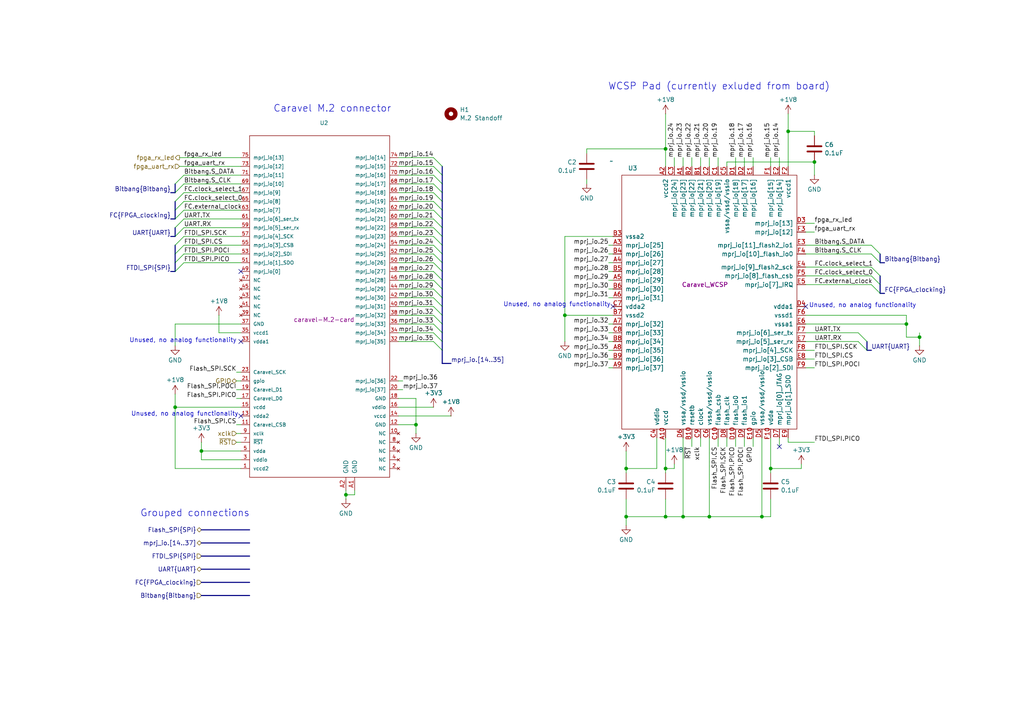
<source format=kicad_sch>
(kicad_sch (version 20231120) (generator "eeschema") (generator_version "8.0")
  (paper "A4")
  (title_block (title "Caravel Connections") (date "2024-05-30") (rev "0.2.0"))
  (lib_symbols
    (symbol "Caravel_board:Caravel_WCSP" (pin_names (offset 1.016))
      (property "Reference" "U" (at 0 2.54 0))
      (property "Value" "Caravel_WCSP" (at 0 -2.54 0))
      (symbol "Caravel_WCSP_0_1"
        (rectangle (start -24.13 31.75) (end 26.67 -41.91))
      )
      (symbol "Caravel_WCSP_1_1"
        (pin bidirectional line (at -6.35 34.29 270) (length 2.54) (name "mprj_io[23]") (number "A1"))
        (pin power_in line (at -11.43 -44.45 90) (length 2.54) (name "vccd") (number "A10"))
        (pin power_in line (at -11.43 34.29 270) (length 2.54) (name "vccd2") (number "A2"))
        (pin bidirectional line (at -26.67 11.43 0) (length 2.54) (name "mprj_io[25]") (number "A3"))
        (pin bidirectional line (at -26.67 6.35 0) (length 2.54) (name "mprj_io[27]") (number "A4"))
        (pin bidirectional line (at -26.67 1.27 0) (length 2.54) (name "mprj_io[29]") (number "A5"))
        (pin bidirectional line (at -26.67 -3.81 0) (length 2.54) (name "mprj_io[31]") (number "A6"))
        (pin bidirectional line (at -26.67 -11.43 0) (length 2.54) (name "mprj_io[32]") (number "A7"))
        (pin bidirectional line (at -26.67 -19.05 0) (length 2.54) (name "mprj_io[35]") (number "A8"))
        (pin bidirectional line (at -26.67 -24.13 0) (length 2.54) (name "mprj_io[37]") (number "A9"))
        (pin bidirectional line (at -1.27 34.29 270) (length 2.54) (name "mprj_io[21]") (number "B1"))
        (pin input line (at -3.81 -44.45 90) (length 2.54) (name "resetb") (number "B10"))
        (pin bidirectional line (at -3.81 34.29 270) (length 2.54) (name "mprj_io[22]") (number "B2"))
        (pin power_in line (at -26.67 13.97 0) (length 2.54) (name "vssa2") (number "B3"))
        (pin bidirectional line (at -26.67 8.89 0) (length 2.54) (name "mprj_io[26]") (number "B4"))
        (pin bidirectional line (at -26.67 3.81 0) (length 2.54) (name "mprj_io[28]") (number "B5"))
        (pin bidirectional line (at -26.67 -1.27 0) (length 2.54) (name "mprj_io[30]") (number "B6"))
        (pin power_in line (at -26.67 -8.89 0) (length 2.54) (name "vssd2") (number "B7"))
        (pin bidirectional line (at -26.67 -16.51 0) (length 2.54) (name "mprj_io[34]") (number "B8"))
        (pin bidirectional line (at -26.67 -21.59 0) (length 2.54) (name "mprj_io[36]") (number "B9"))
        (pin bidirectional line (at 3.81 34.29 270) (length 2.54) (name "mprj_io[19]") (number "C1"))
        (pin output line (at 3.81 -44.45 90) (length 2.54) (name "flash_csb") (number "C10"))
        (pin bidirectional line (at 1.27 34.29 270) (length 2.54) (name "mprj_io[20]") (number "C2"))
        (pin bidirectional line (at -8.89 34.29 270) (length 2.54) (name "mprj_io[24]") (number "C3"))
        (pin power_in line (at -13.97 -44.45 90) (length 2.54) (name "vddio") (number "C4"))
        (pin power_in line (at 6.35 34.29 270) (length 2.54) (name "vssa/vssd/vssio") (number "C5"))
        (pin power_in line (at 1.27 -44.45 90) (length 2.54) (name "vssa/vssd/vssio") (number "C6"))
        (pin power_in line (at -26.67 -6.35 0) (length 2.54) (name "vdda2") (number "C7"))
        (pin bidirectional line (at -26.67 -13.97 0) (length 2.54) (name "mprj_io[33]") (number "C8"))
        (pin input line (at -1.27 -44.45 90) (length 2.54) (name "clock") (number "C9"))
        (pin bidirectional line (at 8.89 34.29 270) (length 2.54) (name "mprj_io[18]") (number "D1"))
        (pin bidirectional line (at 8.89 -44.45 90) (length 2.54) (name "flash_io0") (number "D10"))
        (pin bidirectional line (at 11.43 34.29 270) (length 2.54) (name "mprj_io[17]") (number "D2"))
        (pin bidirectional line (at 29.21 17.78 180) (length 2.54) (name "mprj_io[13]") (number "D3"))
        (pin power_in line (at 29.21 -6.35 180) (length 2.54) (name "vdda1") (number "D4"))
        (pin power_in line (at 16.51 -44.45 90) (length 2.54) (name "vssa/vssd/vssio") (number "D5"))
        (pin power_in line (at -6.35 -44.45 90) (length 2.54) (name "vssa/vssd/vssio") (number "D6"))
        (pin bidirectional line (at 21.59 -44.45 90) (length 2.54) (name "mprj_io[0]_JTAG") (number "D7"))
        (pin output line (at 6.35 -44.45 90) (length 2.54) (name "flash_clk") (number "D8"))
        (pin bidirectional line (at 11.43 -44.45 90) (length 2.54) (name "flash_io1") (number "D9"))
        (pin bidirectional line (at 13.97 34.29 270) (length 2.54) (name "mprj_io[16]") (number "E1"))
        (pin bidirectional line (at 13.97 -44.45 90) (length 2.54) (name "gpio") (number "E10"))
        (pin bidirectional line (at 21.59 34.29 270) (length 2.54) (name "mprj_io[14]") (number "E2"))
        (pin bidirectional line (at 29.21 11.43 180) (length 2.54) (name "mprj_io[11]_flash2_io1") (number "E3"))
        (pin bidirectional line (at 29.21 5.08 180) (length 2.54) (name "mprj_io[9]_flash2_sck") (number "E4"))
        (pin bidirectional line (at 29.21 0 180) (length 2.54) (name "mprj_io[7]_IRQ") (number "E5"))
        (pin power_in line (at 29.21 -11.43 180) (length 2.54) (name "vssa1") (number "E6"))
        (pin bidirectional line (at 29.21 -16.51 180) (length 2.54) (name "mprj_io[5]_ser_rx") (number "E7"))
        (pin bidirectional line (at 29.21 -21.59 180) (length 2.54) (name "mprj_io[3]_CSB") (number "E8"))
        (pin bidirectional line (at 24.13 -44.45 90) (length 2.54) (name "mprj_io[1]_SDO") (number "E9"))
        (pin bidirectional line (at 19.05 34.29 270) (length 2.54) (name "mprj_io[15]") (number "F1"))
        (pin power_in line (at 19.05 -44.45 90) (length 2.54) (name "vdda") (number "F10"))
        (pin power_in line (at 24.13 34.29 270) (length 2.54) (name "vccd1") (number "F2"))
        (pin bidirectional line (at 29.21 15.24 180) (length 2.54) (name "mprj_io[12]") (number "F3"))
        (pin bidirectional line (at 29.21 8.89 180) (length 2.54) (name "mprj_io[10]_flash_io0") (number "F4"))
        (pin bidirectional line (at 29.21 2.54 180) (length 2.54) (name "mprj_io[8]_flash_csb") (number "F5"))
        (pin power_in line (at 29.21 -8.89 180) (length 2.54) (name "vssd1") (number "F6"))
        (pin bidirectional line (at 29.21 -13.97 180) (length 2.54) (name "mprj_io[6]_ser_tx") (number "F7"))
        (pin bidirectional line (at 29.21 -19.05 180) (length 2.54) (name "mprj_io[4]_SCK") (number "F8"))
        (pin bidirectional line (at 29.21 -24.13 180) (length 2.54) (name "mprj_io[2]_SDI") (number "F9"))
      )
    )
    (symbol "Caravel_board:caravel-M.2-card" (pin_names (offset 1.016))
      (property "Reference" "U" (at -19.05 53.848 0))
      (property "Value" "caravel-M.2-card" (at -19.05 -48.26 0))
      (symbol "caravel-M.2-card_1_0"
        (polyline (pts (xy -21.59 -45.72) (xy -21.59 53.34)))
        (polyline (pts (xy -21.59 53.34) (xy 19.05 53.34)))
        (polyline (pts (xy 19.05 -45.72) (xy -21.59 -45.72)))
        (polyline (pts (xy 19.05 53.34) (xy 19.05 -45.72)))
      )
      (symbol "caravel-M.2-card_1_1"
        (pin power_in line (at -24.13 -43.18 0) (length 2.54) (name "vccd2") (number "1"))
        (pin no_connect line (at 21.59 -33.02 180) (length 2.54) (name "NC") (number "10"))
        (pin bidirectional line (at -24.13 -30.48 0) (length 2.54) (name "Caravel_CSB") (number "11"))
        (pin power_in line (at 21.59 -30.48 180) (length 2.54) (name "GND") (number "12"))
        (pin power_in line (at -24.13 -27.94 0) (length 2.54) (name "vdda2") (number "13"))
        (pin power_in line (at 21.59 -27.94 180) (length 2.54) (name "vccd") (number "14"))
        (pin power_in line (at -24.13 -25.4 0) (length 2.54) (name "vcdd") (number "15"))
        (pin power_in line (at 21.59 -25.4 180) (length 2.54) (name "vddio") (number "16"))
        (pin bidirectional line (at -24.13 -22.86 0) (length 2.54) (name "Caravel_D0") (number "17"))
        (pin power_in line (at 21.59 -22.86 180) (length 2.54) (name "GND") (number "18"))
        (pin bidirectional line (at -24.13 -20.32 0) (length 2.54) (name "Caravel_D1") (number "19"))
        (pin no_connect line (at 21.59 -43.18 180) (length 2.54) (name "NC") (number "2"))
        (pin bidirectional line (at 21.59 -20.32 180) (length 2.54) (name "mprj_io[37]") (number "20"))
        (pin bidirectional line (at -24.13 -17.78 0) (length 2.54) (name "gpio") (number "21"))
        (pin bidirectional line (at 21.59 -17.78 180) (length 2.54) (name "mprj_io[36]") (number "22"))
        (pin bidirectional line (at -24.13 -15.24 0) (length 2.54) (name "Caravel_SCK") (number "23"))
        (pin power_in line (at -24.13 -40.64 0) (length 2.54) (name "vddio") (number "3"))
        (pin bidirectional line (at 21.59 -6.35 180) (length 2.54) (name "mprj_io[35]") (number "32"))
        (pin power_in line (at -24.13 -6.35 0) (length 2.54) (name "vdda1") (number "33"))
        (pin bidirectional line (at 21.59 -3.81 180) (length 2.54) (name "mprj_io[34]") (number "34"))
        (pin power_in line (at -24.13 -3.81 0) (length 2.54) (name "vccd1") (number "35"))
        (pin bidirectional line (at 21.59 -1.27 180) (length 2.54) (name "mprj_io[33]") (number "36"))
        (pin power_in line (at -24.13 -1.27 0) (length 2.54) (name "GND") (number "37"))
        (pin bidirectional line (at 21.59 1.27 180) (length 2.54) (name "mprj_io[32]") (number "38"))
        (pin no_connect line (at -24.13 1.27 0) (length 2.54) (name "NC") (number "39"))
        (pin no_connect line (at 21.59 -40.64 180) (length 2.54) (name "NC") (number "4"))
        (pin bidirectional line (at 21.59 3.81 180) (length 2.54) (name "mprj_io[31]") (number "40"))
        (pin no_connect line (at -24.13 3.81 0) (length 2.54) (name "NC") (number "41"))
        (pin bidirectional line (at 21.59 6.35 180) (length 2.54) (name "mprj_io[30]") (number "42"))
        (pin no_connect line (at -24.13 6.35 0) (length 2.54) (name "NC") (number "43"))
        (pin bidirectional line (at 21.59 8.89 180) (length 2.54) (name "mprj_io[29]") (number "44"))
        (pin no_connect line (at -24.13 8.89 0) (length 2.54) (name "NC") (number "45"))
        (pin bidirectional line (at 21.59 11.43 180) (length 2.54) (name "mprj_io[28]") (number "46"))
        (pin no_connect line (at -24.13 11.43 0) (length 2.54) (name "NC") (number "47"))
        (pin bidirectional line (at 21.59 13.97 180) (length 2.54) (name "mprj_io[27]") (number "48"))
        (pin bidirectional line (at -24.13 13.97 0) (length 2.54) (name "mprj_io[0]") (number "49"))
        (pin power_in line (at -24.13 -38.1 0) (length 2.54) (name "vdda") (number "5"))
        (pin bidirectional line (at 21.59 16.51 180) (length 2.54) (name "mprj_io[26]") (number "50"))
        (pin bidirectional line (at -24.13 16.51 0) (length 2.54) (name "mprj_io[1]_SDO") (number "51"))
        (pin bidirectional line (at 21.59 19.05 180) (length 2.54) (name "mprj_io[25]") (number "52"))
        (pin bidirectional line (at -24.13 19.05 0) (length 2.54) (name "mprj_io[2]_SDI") (number "53"))
        (pin bidirectional line (at 21.59 21.59 180) (length 2.54) (name "mprj_io[24]") (number "54"))
        (pin bidirectional line (at -24.13 21.59 0) (length 2.54) (name "mprj_io[3]_CSB") (number "55"))
        (pin bidirectional line (at 21.59 24.13 180) (length 2.54) (name "mprj_io[23]") (number "56"))
        (pin bidirectional line (at -24.13 24.13 0) (length 2.54) (name "mprj_io[4]_SCK") (number "57"))
        (pin bidirectional line (at 21.59 26.67 180) (length 2.54) (name "mprj_io[22]") (number "58"))
        (pin bidirectional line (at -24.13 26.67 0) (length 2.54) (name "mprj_io[5]_ser_rx") (number "59"))
        (pin no_connect line (at 21.59 -38.1 180) (length 2.54) (name "NC") (number "6"))
        (pin bidirectional line (at 21.59 29.21 180) (length 2.54) (name "mprj_io[21]") (number "60"))
        (pin bidirectional line (at -24.13 29.21 0) (length 2.54) (name "mprj_io[6]_ser_tx") (number "61"))
        (pin bidirectional line (at 21.59 31.75 180) (length 2.54) (name "mprj_io[20]") (number "62"))
        (pin bidirectional line (at -24.13 31.75 0) (length 2.54) (name "mprj_io[7]") (number "63"))
        (pin bidirectional line (at 21.59 34.29 180) (length 2.54) (name "mprj_io[19]") (number "64"))
        (pin bidirectional line (at -24.13 34.29 0) (length 2.54) (name "mprj_io[8]") (number "65"))
        (pin bidirectional line (at 21.59 36.83 180) (length 2.54) (name "mprj_io[18]") (number "66"))
        (pin bidirectional line (at -24.13 36.83 0) (length 2.54) (name "mprj_io[9]") (number "67"))
        (pin bidirectional line (at 21.59 39.37 180) (length 2.54) (name "mprj_io[17]") (number "68"))
        (pin bidirectional line (at -24.13 39.37 0) (length 2.54) (name "mprj_io[10]") (number "69"))
        (pin input line (at -24.13 -35.56 0) (length 2.54) (name "~{RST}") (number "7"))
        (pin bidirectional line (at 21.59 41.91 180) (length 2.54) (name "mprj_io[16]") (number "70"))
        (pin bidirectional line (at -24.13 41.91 0) (length 2.54) (name "mprj_io[11]") (number "71"))
        (pin bidirectional line (at 21.59 44.45 180) (length 2.54) (name "mprj_io[15]") (number "72"))
        (pin bidirectional line (at -24.13 44.45 0) (length 2.54) (name "mprj_io[12]") (number "73"))
        (pin bidirectional line (at 21.59 46.99 180) (length 2.54) (name "mprj_io[14]") (number "74"))
        (pin bidirectional line (at -24.13 46.99 0) (length 2.54) (name "mprj_io[13]") (number "75"))
        (pin no_connect line (at 21.59 -35.56 180) (length 2.54) (name "NC") (number "8"))
        (pin input line (at -24.13 -33.02 0) (length 2.54) (name "xclk") (number "9"))
        (pin power_in line (at 8.89 -49.53 90) (length 3.81) (name "GND") (number "A1"))
        (pin power_in line (at 6.35 -49.53 90) (length 3.81) (name "GND") (number "A2"))
      )
    )
    (symbol "Device:C" (pin_numbers hide) (pin_names (offset 0.254))
      (property "Reference" "C" (at 0.635 2.54 0))
      (property "Value" "C" (at 0.635 -2.54 0))
      (symbol "C_0_1"
        (polyline (pts (xy -2.032 -0.762) (xy 2.032 -0.762)) (stroke (width 0.508)))
        (polyline (pts (xy -2.032 0.762) (xy 2.032 0.762)) (stroke (width 0.508)))
      )
      (symbol "C_1_1"
        (pin passive line (at 0 3.81 270) (length 2.794) (name "~") (number "1"))
        (pin passive line (at 0 -3.81 90) (length 2.794) (name "~") (number "2"))
      )
    )
    (symbol "MicroMod-Sparkfun:MICROMOD-Standoff" (pin_names (offset 1.016))
      (property "Reference" "H" (at 0 5.08 0))
      (property "Value" "MICROMOD-Standoff" (at 0 3.175 0))
      (symbol "MICROMOD-Standoff_0_1"
        (circle (center 0 0) (radius 1.27) (stroke (width 1.27)))
      )
    )
    (symbol "power:+1V8" (power) (pin_numbers hide) (pin_names (offset 0) hide)
      (property "Value" "+1V8" (at 0 3.556 0))
      (symbol "+1V8_0_1"
        (polyline (pts (xy -0.762 1.27) (xy 0 2.54)))
        (polyline (pts (xy 0 0) (xy 0 2.54)))
        (polyline (pts (xy 0 2.54) (xy 0.762 1.27)))
      )
      (symbol "+1V8_1_1"
        (pin power_in line (at 0 0 90) (length 0) (name "~") (number "1"))
      )
    )
    (symbol "power:+3V3" (power) (pin_numbers hide) (pin_names (offset 0) hide)
      (property "Value" "+3V3" (at 0 3.556 0))
      (symbol "+3V3_0_1"
        (polyline (pts (xy -0.762 1.27) (xy 0 2.54)))
        (polyline (pts (xy 0 0) (xy 0 2.54)))
        (polyline (pts (xy 0 2.54) (xy 0.762 1.27)))
      )
      (symbol "+3V3_1_1"
        (pin power_in line (at 0 0 90) (length 0) (name "~") (number "1"))
      )
    )
    (symbol "power:GND" (power) (pin_numbers hide) (pin_names (offset 0) hide)
      (property "Value" "GND" (at 0 -3.81 0))
      (symbol "GND_0_1"
        (polyline (pts (xy 0 0) (xy 0 -1.27) (xy 1.27 -1.27) (xy 0 -2.54) (xy -1.27 -1.27) (xy 0 -1.27)))
      )
      (symbol "GND_1_1"
        (pin power_in line (at 0 0 270) (length 0) (name "~") (number "1"))
      )
    )
  )
  (bus_alias "Bitbang" (members "S_CLK" "S_DATA"))
  (bus_alias "FPGA_clocking" (members "external_clock" "clock_select_0" "clock_select_1"))
  (bus_alias "UART" (members "RX" "TX"))
  (junction (at 228.6 38.1))
  (junction (at 262.89 93.98))
  (junction (at 236.22 46.99))
  (junction (at 220.98 149.86))
  (junction (at 100.33 143.51))
  (junction (at 223.52 135.89))
  (junction (at 120.65 123.19))
  (junction (at 266.7 97.79))
  (junction (at 50.8 118.11))
  (junction (at 193.04 135.89))
  (junction (at 193.04 43.18))
  (junction (at 163.83 91.44))
  (junction (at 181.61 135.89))
  (junction (at 193.04 149.86))
  (junction (at 181.61 149.86))
  (junction (at 205.74 149.86))
  (junction (at 58.42 130.81))
  (junction (at 198.12 149.86))
  (no_connect (at 233.68 88.9))
  (no_connect (at 226.06 129.54))
  (no_connect (at 177.8 88.9))
  (no_connect (at 69.85 120.65))
  (no_connect (at 69.85 78.74))
  (no_connect (at 69.85 99.06))
  (bus_entry (at 125.73 88.9) (size 2.54 2.54))
  (bus_entry (at 252.73 77.47) (size 2.54 2.54))
  (bus_entry (at 53.34 50.8) (size -2.54 2.54))
  (bus_entry (at 125.73 91.44) (size 2.54 2.54))
  (bus_entry (at 125.73 73.66) (size 2.54 2.54))
  (bus_entry (at 125.73 55.88) (size 2.54 2.54))
  (bus_entry (at 125.73 96.52) (size 2.54 2.54))
  (bus_entry (at 125.73 63.5) (size 2.54 2.54))
  (bus_entry (at 125.73 71.12) (size 2.54 2.54))
  (bus_entry (at 125.73 58.42) (size 2.54 2.54))
  (bus_entry (at 53.34 66.04) (size -2.54 2.54))
  (bus_entry (at 125.73 93.98) (size 2.54 2.54))
  (bus_entry (at 252.73 71.12) (size 2.54 2.54))
  (bus_entry (at 53.34 71.12) (size -2.54 2.54))
  (bus_entry (at 125.73 86.36) (size 2.54 2.54))
  (bus_entry (at 125.73 78.74) (size 2.54 2.54))
  (bus_entry (at 125.73 83.82) (size 2.54 2.54))
  (bus_entry (at 248.92 99.06) (size 2.54 2.54))
  (bus_entry (at 125.73 68.58) (size 2.54 2.54))
  (bus_entry (at 248.92 96.52) (size 2.54 2.54))
  (bus_entry (at 125.73 76.2) (size 2.54 2.54))
  (bus_entry (at 125.73 81.28) (size 2.54 2.54))
  (bus_entry (at 50.8 60.96) (size 2.54 -2.54))
  (bus_entry (at 252.73 80.01) (size 2.54 2.54))
  (bus_entry (at 125.73 60.96) (size 2.54 2.54))
  (bus_entry (at 53.34 68.58) (size -2.54 2.54))
  (bus_entry (at 53.34 63.5) (size -2.54 2.54))
  (bus_entry (at 53.34 76.2) (size -2.54 2.54))
  (bus_entry (at 53.34 53.34) (size -2.54 2.54))
  (bus_entry (at 125.73 48.26) (size 2.54 2.54))
  (bus_entry (at 125.73 53.34) (size 2.54 2.54))
  (bus_entry (at 50.8 63.5) (size 2.54 -2.54))
  (bus_entry (at 50.8 58.42) (size 2.54 -2.54))
  (bus_entry (at 125.73 99.06) (size 2.54 2.54))
  (bus_entry (at 125.73 45.72) (size 2.54 2.54))
  (bus_entry (at 53.34 73.66) (size -2.54 2.54))
  (bus_entry (at 125.73 66.04) (size 2.54 2.54))
  (bus_entry (at 125.73 50.8) (size 2.54 2.54))
  (bus_entry (at 252.73 82.55) (size 2.54 2.54))
  (bus_entry (at 252.73 73.66) (size 2.54 2.54))
  (bus (pts (xy 49.53 63.5) (xy 50.8 63.5)))
  (bus (pts (xy 128.27 78.74) (xy 128.27 81.28)))
  (bus (pts (xy 128.27 73.66) (xy 128.27 76.2)))
  (bus (pts (xy 255.27 76.2) (xy 256.54 76.2)))
  (wire (pts (xy 50.8 135.89) (xy 50.8 118.11)))
  (bus (pts (xy 49.53 55.88) (xy 50.8 55.88)))
  (wire (pts (xy 163.83 91.44) (xy 177.8 91.44)))
  (wire (pts (xy 220.98 149.86) (xy 205.74 149.86)))
  (wire (pts (xy 236.22 38.1) (xy 236.22 39.37)))
  (wire (pts (xy 68.58 110.49) (xy 69.85 110.49)))
  (wire (pts (xy 170.18 43.18) (xy 170.18 44.45)))
  (bus (pts (xy 255.27 80.01) (xy 255.27 82.55)))
  (wire (pts (xy 50.8 114.3) (xy 50.8 118.11)))
  (wire (pts (xy 193.04 149.86) (xy 198.12 149.86)))
  (wire (pts (xy 236.22 128.27) (xy 228.6 128.27)))
  (bus (pts (xy 128.27 50.8) (xy 128.27 53.34)))
  (wire (pts (xy 228.6 38.1) (xy 228.6 48.26)))
  (wire (pts (xy 220.98 127) (xy 220.98 149.86)))
  (bus (pts (xy 58.42 153.67) (xy 72.39 153.67)))
  (wire (pts (xy 233.68 82.55) (xy 252.73 82.55)))
  (wire (pts (xy 58.42 130.81) (xy 69.85 130.81)))
  (wire (pts (xy 236.22 101.6) (xy 233.68 101.6)))
  (bus (pts (xy 58.42 157.48) (xy 72.39 157.48)))
  (wire (pts (xy 170.18 43.18) (xy 193.04 43.18)))
  (wire (pts (xy 50.8 93.98) (xy 50.8 100.33)))
  (wire (pts (xy 176.53 96.52) (xy 177.8 96.52)))
  (wire (pts (xy 218.44 127) (xy 218.44 129.54)))
  (bus (pts (xy 50.8 76.2) (xy 50.8 78.74)))
  (bus (pts (xy 128.27 58.42) (xy 128.27 60.96)))
  (wire (pts (xy 176.53 93.98) (xy 177.8 93.98)))
  (wire (pts (xy 115.57 73.66) (xy 125.73 73.66)))
  (wire (pts (xy 223.52 149.86) (xy 220.98 149.86)))
  (bus (pts (xy 128.27 101.6) (xy 128.27 105.41)))
  (wire (pts (xy 181.61 149.86) (xy 181.61 152.4)))
  (bus (pts (xy 58.42 172.72) (xy 72.39 172.72)))
  (bus (pts (xy 49.53 68.58) (xy 50.8 68.58)))
  (wire (pts (xy 198.12 149.86) (xy 205.74 149.86)))
  (wire (pts (xy 176.53 71.12) (xy 177.8 71.12)))
  (bus (pts (xy 50.8 71.12) (xy 50.8 73.66)))
  (wire (pts (xy 58.42 133.35) (xy 69.85 133.35)))
  (wire (pts (xy 193.04 144.78) (xy 193.04 149.86)))
  (bus (pts (xy 128.27 71.12) (xy 128.27 73.66)))
  (wire (pts (xy 215.9 45.72) (xy 215.9 48.26)))
  (wire (pts (xy 53.34 73.66) (xy 69.85 73.66)))
  (wire (pts (xy 53.34 68.58) (xy 69.85 68.58)))
  (wire (pts (xy 176.53 106.68) (xy 177.8 106.68)))
  (wire (pts (xy 115.57 50.8) (xy 125.73 50.8)))
  (wire (pts (xy 181.61 130.81) (xy 181.61 135.89)))
  (bus (pts (xy 128.27 105.41) (xy 130.81 105.41)))
  (bus (pts (xy 49.53 78.74) (xy 50.8 78.74)))
  (wire (pts (xy 115.57 115.57) (xy 120.65 115.57)))
  (wire (pts (xy 176.53 81.28) (xy 177.8 81.28)))
  (wire (pts (xy 53.34 63.5) (xy 69.85 63.5)))
  (wire (pts (xy 193.04 135.89) (xy 195.58 135.89)))
  (bus (pts (xy 128.27 86.36) (xy 128.27 88.9)))
  (wire (pts (xy 102.87 143.51) (xy 102.87 142.24)))
  (wire (pts (xy 176.53 86.36) (xy 177.8 86.36)))
  (wire (pts (xy 115.57 63.5) (xy 125.73 63.5)))
  (wire (pts (xy 100.33 143.51) (xy 102.87 143.51)))
  (wire (pts (xy 58.42 130.81) (xy 58.42 128.27)))
  (wire (pts (xy 193.04 135.89) (xy 193.04 137.16)))
  (wire (pts (xy 236.22 104.14) (xy 233.68 104.14)))
  (wire (pts (xy 53.34 76.2) (xy 69.85 76.2)))
  (wire (pts (xy 210.82 127) (xy 210.82 129.54)))
  (wire (pts (xy 68.58 115.57) (xy 69.85 115.57)))
  (wire (pts (xy 176.53 76.2) (xy 177.8 76.2)))
  (wire (pts (xy 69.85 135.89) (xy 50.8 135.89)))
  (bus (pts (xy 255.27 73.66) (xy 255.27 76.2)))
  (bus (pts (xy 128.27 83.82) (xy 128.27 86.36)))
  (bus (pts (xy 255.27 85.09) (xy 256.54 85.09)))
  (wire (pts (xy 266.7 97.79) (xy 266.7 100.33)))
  (wire (pts (xy 233.68 64.77) (xy 236.22 64.77)))
  (wire (pts (xy 233.68 77.47) (xy 252.73 77.47)))
  (wire (pts (xy 115.57 78.74) (xy 125.73 78.74)))
  (wire (pts (xy 181.61 149.86) (xy 193.04 149.86)))
  (wire (pts (xy 208.28 45.72) (xy 208.28 48.26)))
  (bus (pts (xy 128.27 76.2) (xy 128.27 78.74)))
  (wire (pts (xy 115.57 123.19) (xy 120.65 123.19)))
  (wire (pts (xy 68.58 128.27) (xy 69.85 128.27)))
  (wire (pts (xy 213.36 45.72) (xy 213.36 48.26)))
  (wire (pts (xy 176.53 78.74) (xy 177.8 78.74)))
  (wire (pts (xy 163.83 91.44) (xy 163.83 99.06)))
  (wire (pts (xy 176.53 104.14) (xy 177.8 104.14)))
  (wire (pts (xy 53.34 66.04) (xy 69.85 66.04)))
  (wire (pts (xy 68.58 107.95) (xy 69.85 107.95)))
  (wire (pts (xy 115.57 96.52) (xy 125.73 96.52)))
  (bus (pts (xy 128.27 93.98) (xy 128.27 96.52)))
  (bus (pts (xy 50.8 73.66) (xy 50.8 76.2)))
  (wire (pts (xy 100.33 143.51) (xy 100.33 144.78)))
  (bus (pts (xy 128.27 66.04) (xy 128.27 68.58)))
  (wire (pts (xy 115.57 53.34) (xy 125.73 53.34)))
  (wire (pts (xy 213.36 127) (xy 213.36 129.54)))
  (wire (pts (xy 52.07 48.26) (xy 69.85 48.26)))
  (wire (pts (xy 262.89 91.44) (xy 262.89 93.98)))
  (wire (pts (xy 115.57 91.44) (xy 125.73 91.44)))
  (wire (pts (xy 53.34 50.8) (xy 69.85 50.8)))
  (wire (pts (xy 223.52 127) (xy 223.52 135.89)))
  (bus (pts (xy 128.27 53.34) (xy 128.27 55.88)))
  (wire (pts (xy 223.52 144.78) (xy 223.52 149.86)))
  (wire (pts (xy 115.57 68.58) (xy 125.73 68.58)))
  (bus (pts (xy 128.27 55.88) (xy 128.27 58.42)))
  (wire (pts (xy 195.58 135.89) (xy 195.58 134.62)))
  (bus (pts (xy 50.8 60.96) (xy 50.8 63.5)))
  (wire (pts (xy 223.52 45.72) (xy 223.52 48.26)))
  (wire (pts (xy 163.83 68.58) (xy 177.8 68.58)))
  (wire (pts (xy 176.53 83.82) (xy 177.8 83.82)))
  (bus (pts (xy 251.46 99.06) (xy 251.46 101.6)))
  (wire (pts (xy 226.06 45.72) (xy 226.06 48.26)))
  (wire (pts (xy 233.68 93.98) (xy 262.89 93.98)))
  (wire (pts (xy 203.2 45.72) (xy 203.2 48.26)))
  (wire (pts (xy 205.74 45.72) (xy 205.74 48.26)))
  (bus (pts (xy 58.42 165.1) (xy 72.39 165.1)))
  (bus (pts (xy 128.27 88.9) (xy 128.27 91.44)))
  (wire (pts (xy 115.57 120.65) (xy 130.81 120.65)))
  (wire (pts (xy 53.34 60.96) (xy 69.85 60.96)))
  (wire (pts (xy 200.66 127) (xy 200.66 129.54)))
  (wire (pts (xy 50.8 118.11) (xy 69.85 118.11)))
  (wire (pts (xy 210.82 46.99) (xy 210.82 48.26)))
  (wire (pts (xy 228.6 38.1) (xy 236.22 38.1)))
  (wire (pts (xy 63.5 96.52) (xy 63.5 91.44)))
  (wire (pts (xy 193.04 33.02) (xy 193.04 43.18)))
  (wire (pts (xy 233.68 91.44) (xy 262.89 91.44)))
  (wire (pts (xy 233.68 80.01) (xy 252.73 80.01)))
  (wire (pts (xy 233.68 96.52) (xy 248.92 96.52)))
  (wire (pts (xy 233.68 71.12) (xy 252.73 71.12)))
  (wire (pts (xy 53.34 58.42) (xy 69.85 58.42)))
  (wire (pts (xy 262.89 97.79) (xy 266.7 97.79)))
  (wire (pts (xy 193.04 127) (xy 193.04 135.89)))
  (wire (pts (xy 232.41 135.89) (xy 223.52 135.89)))
  (wire (pts (xy 233.68 67.31) (xy 236.22 67.31)))
  (wire (pts (xy 226.06 127) (xy 226.06 129.54)))
  (wire (pts (xy 190.5 127) (xy 190.5 135.89)))
  (wire (pts (xy 203.2 127) (xy 203.2 129.54)))
  (wire (pts (xy 233.68 73.66) (xy 252.73 73.66)))
  (wire (pts (xy 115.57 113.03) (xy 116.84 113.03)))
  (bus (pts (xy 58.42 161.29) (xy 72.39 161.29)))
  (wire (pts (xy 115.57 93.98) (xy 125.73 93.98)))
  (wire (pts (xy 69.85 93.98) (xy 50.8 93.98)))
  (wire (pts (xy 205.74 127) (xy 205.74 149.86)))
  (bus (pts (xy 50.8 58.42) (xy 50.8 60.96)))
  (wire (pts (xy 176.53 101.6) (xy 177.8 101.6)))
  (bus (pts (xy 128.27 68.58) (xy 128.27 71.12)))
  (wire (pts (xy 198.12 127) (xy 198.12 149.86)))
  (wire (pts (xy 120.65 115.57) (xy 120.65 123.19)))
  (wire (pts (xy 115.57 76.2) (xy 125.73 76.2)))
  (wire (pts (xy 53.34 55.88) (xy 69.85 55.88)))
  (wire (pts (xy 115.57 66.04) (xy 125.73 66.04)))
  (wire (pts (xy 190.5 135.89) (xy 181.61 135.89)))
  (bus (pts (xy 128.27 60.96) (xy 128.27 63.5)))
  (bus (pts (xy 50.8 53.34) (xy 50.8 55.88)))
  (wire (pts (xy 115.57 99.06) (xy 125.73 99.06)))
  (wire (pts (xy 266.7 96.52) (xy 266.7 97.79)))
  (wire (pts (xy 52.07 45.72) (xy 69.85 45.72)))
  (wire (pts (xy 228.6 128.27) (xy 228.6 127)))
  (wire (pts (xy 63.5 96.52) (xy 69.85 96.52)))
  (wire (pts (xy 100.33 142.24) (xy 100.33 143.51)))
  (wire (pts (xy 115.57 81.28) (xy 125.73 81.28)))
  (wire (pts (xy 176.53 73.66) (xy 177.8 73.66)))
  (wire (pts (xy 262.89 93.98) (xy 262.89 97.79)))
  (wire (pts (xy 68.58 123.19) (xy 69.85 123.19)))
  (wire (pts (xy 181.61 135.89) (xy 181.61 137.16)))
  (bus (pts (xy 128.27 99.06) (xy 128.27 101.6)))
  (bus (pts (xy 128.27 91.44) (xy 128.27 93.98)))
  (wire (pts (xy 115.57 110.49) (xy 116.84 110.49)))
  (wire (pts (xy 232.41 134.62) (xy 232.41 135.89)))
  (wire (pts (xy 68.58 125.73) (xy 69.85 125.73)))
  (bus (pts (xy 58.42 168.91) (xy 72.39 168.91)))
  (bus (pts (xy 50.8 66.04) (xy 50.8 68.58)))
  (wire (pts (xy 115.57 83.82) (xy 125.73 83.82)))
  (wire (pts (xy 58.42 130.81) (xy 58.42 133.35)))
  (wire (pts (xy 181.61 144.78) (xy 181.61 149.86)))
  (bus (pts (xy 128.27 81.28) (xy 128.27 83.82)))
  (wire (pts (xy 233.68 106.68) (xy 236.22 106.68)))
  (wire (pts (xy 233.68 99.06) (xy 248.92 99.06)))
  (wire (pts (xy 115.57 55.88) (xy 125.73 55.88)))
  (wire (pts (xy 115.57 48.26) (xy 125.73 48.26)))
  (wire (pts (xy 228.6 33.02) (xy 228.6 38.1)))
  (wire (pts (xy 215.9 127) (xy 215.9 129.54)))
  (wire (pts (xy 115.57 58.42) (xy 125.73 58.42)))
  (wire (pts (xy 200.66 45.72) (xy 200.66 48.26)))
  (bus (pts (xy 128.27 63.5) (xy 128.27 66.04)))
  (wire (pts (xy 210.82 46.99) (xy 236.22 46.99)))
  (wire (pts (xy 176.53 99.06) (xy 177.8 99.06)))
  (wire (pts (xy 115.57 45.72) (xy 125.73 45.72)))
  (wire (pts (xy 218.44 45.72) (xy 218.44 48.26)))
  (wire (pts (xy 115.57 118.11) (xy 125.73 118.11)))
  (wire (pts (xy 193.04 43.18) (xy 193.04 48.26)))
  (bus (pts (xy 251.46 101.6) (xy 252.73 101.6)))
  (wire (pts (xy 53.34 53.34) (xy 69.85 53.34)))
  (wire (pts (xy 115.57 60.96) (xy 125.73 60.96)))
  (bus (pts (xy 128.27 96.52) (xy 128.27 99.06)))
  (wire (pts (xy 198.12 45.72) (xy 198.12 48.26)))
  (wire (pts (xy 68.58 113.03) (xy 69.85 113.03)))
  (bus (pts (xy 255.27 82.55) (xy 255.27 85.09)))
  (wire (pts (xy 223.52 135.89) (xy 223.52 137.16)))
  (wire (pts (xy 53.34 71.12) (xy 69.85 71.12)))
  (wire (pts (xy 236.22 46.99) (xy 236.22 50.8)))
  (wire (pts (xy 195.58 45.72) (xy 195.58 48.26)))
  (wire (pts (xy 170.18 52.07) (xy 170.18 53.34)))
  (wire (pts (xy 115.57 86.36) (xy 125.73 86.36)))
  (wire (pts (xy 208.28 127) (xy 208.28 129.54)))
  (wire (pts (xy 163.83 91.44) (xy 163.83 68.58)))
  (wire (pts (xy 115.57 88.9) (xy 125.73 88.9)))
  (wire (pts (xy 120.65 125.73) (xy 120.65 123.19)))
  (bus (pts (xy 128.27 48.26) (xy 128.27 50.8)))
  (wire (pts (xy 115.57 71.12) (xy 125.73 71.12)))
  (text "Unused, no analog functionality" (at 53.086 98.806 0) (effects (font (size 1.27 1.27))))
  (text "Unused, no analog functionality" (at 161.544 88.392 0) (effects (font (size 1.27 1.27))))
  (text "Unused, no analog functionality" (at 53.594 120.142 0) (effects (font (size 1.27 1.27))))
  (text "Unused, no analog functionality" (at 250.19 88.646 0) (effects (font (size 1.27 1.27))))
  (text "Caravel M.2 connector" (at 79.248 32.766 0) (effects (font (size 2 2)) (justify left bottom)))
  (text "Grouped connections" (at 40.64 150.114 0) (effects (font (size 2 2)) (justify left bottom)))
  (text "WCSP Pad (currently exluded from board)" (at 208.534 25.146 0) (effects (font (size 2 2))))
  (label "UART{UART}" (at 252.73 101.6 0))
  (label "Flash_SPI.SCK" (at 210.82 129.54 270))
  (label "mprj_io.14" (at 226.06 45.72 90))
  (label "mprj_io.33" (at 176.53 96.52 180))
  (label "FC{FPGA_clocking}" (at 256.54 85.09 0))
  (label "UART.RX" (at 53.34 66.04 0))
  (label "mprj_io.25" (at 176.53 71.12 180))
  (label "Bitbang.S_DATA" (at 236.22 71.12 0))
  (label "mprj_io.17" (at 115.57 53.34 0))
  (label "Bitbang{Bitbang}" (at 49.53 55.88 180))
  (label "Flash_SPI.POCI" (at 215.9 129.54 270))
  (label "fpga_rx_led" (at 236.22 64.77 0))
  (label "mprj_io.25" (at 115.57 73.66 0))
  (label "FC.clock_select_0" (at 236.22 80.01 0))
  (label "Flash_SPI.PICO" (at 68.58 115.57 180))
  (label "mprj_io.29" (at 176.53 81.28 180))
  (label "mprj_io.26" (at 176.53 73.66 180))
  (label "mprj_io.35" (at 115.57 99.06 0))
  (label "FC.external_clock" (at 53.34 60.96 0))
  (label "Bitbang{Bitbang}" (at 256.54 76.2 0))
  (label "FC.external_clock" (at 236.22 82.55 0))
  (label "~{RST}" (at 200.66 129.54 270))
  (label "FTDI_SPI.PICO" (at 236.22 128.27 0))
  (label "mprj_io.21" (at 115.57 63.5 0))
  (label "FTDI_SPI.POCI" (at 236.22 106.68 0))
  (label "UART.TX" (at 236.22 96.52 0))
  (label "mprj_io.19" (at 208.28 45.72 90))
  (label "mprj_io.21" (at 203.2 45.72 90))
  (label "mprj_io.32" (at 176.53 93.98 180))
  (label "Bitbang.S_DATA" (at 53.34 50.8 0))
  (label "fpga_uart_rx" (at 236.22 67.31 0))
  (label "mprj_io.27" (at 176.53 76.2 180))
  (label "Flash_SPI.PICO" (at 213.36 129.54 270))
  (label "mprj_io.19" (at 115.57 58.42 0))
  (label "mprj_io.35" (at 176.53 101.6 180))
  (label "mprj_io.29" (at 115.57 83.82 0))
  (label "mprj_io.23" (at 115.57 68.58 0))
  (label "xclk" (at 203.2 129.54 270))
  (label "mprj_io.36" (at 176.53 104.14 180))
  (label "mprj_io.31" (at 115.57 88.9 0))
  (label "mprj_io.34" (at 115.57 96.52 0))
  (label "mprj_io.14" (at 115.57 45.72 0))
  (label "GPIO" (at 218.44 129.54 270))
  (label "Flash_SPI.CS" (at 208.28 129.54 270))
  (label "fpga_uart_rx" (at 53.34 48.26 0))
  (label "mprj_io.22" (at 115.57 66.04 0))
  (label "mprj_io.20" (at 205.74 45.72 90))
  (label "FTDI_SPI.SCK" (at 236.22 101.6 0))
  (label "mprj_io.22" (at 200.66 45.72 90))
  (label "UART{UART}" (at 49.53 68.58 180))
  (label "mprj_io.24" (at 195.58 45.72 90))
  (label "UART.RX" (at 236.22 99.06 0))
  (label "mprj_io.16" (at 115.57 50.8 0))
  (label "Flash_SPI.SCK" (at 68.58 107.95 180))
  (label "mprj_io.23" (at 198.12 45.72 90))
  (label "mprj_io.28" (at 176.53 78.74 180))
  (label "fpga_rx_led" (at 53.34 45.72 0))
  (label "mprj_io.18" (at 115.57 55.88 0))
  (label "mprj_io.31" (at 176.53 86.36 180))
  (label "mprj_io.34" (at 176.53 99.06 180))
  (label "mprj_io.26" (at 115.57 76.2 0))
  (label "Bitbang.S_CLK" (at 236.22 73.66 0))
  (label "mprj_io.17" (at 215.9 45.72 90))
  (label "Flash_SPI.POCI" (at 68.58 113.03 180))
  (label "mprj_io.16" (at 218.44 45.72 90))
  (label "FC.clock_select_1" (at 53.34 55.88 0))
  (label "mprj_io.24" (at 115.57 71.12 0))
  (label "mprj_io.27" (at 115.57 78.74 0))
  (label "mprj_io.15" (at 223.52 45.72 90))
  (label "FTDI_SPI.SCK" (at 53.34 68.58 0))
  (label "FC.clock_select_0" (at 53.34 58.42 0))
  (label "mprj_io.33" (at 115.57 93.98 0))
  (label "mprj_io.[14..35]" (at 130.81 105.41 0))
  (label "mprj_io.32" (at 115.57 91.44 0))
  (label "FTDI_SPI.POCI" (at 53.34 73.66 0))
  (label "FTDI_SPI{SPI}" (at 49.53 78.74 180))
  (label "mprj_io.36" (at 116.84 110.49 0))
  (label "FC{FPGA_clocking}" (at 49.53 63.5 180))
  (label "FTDI_SPI.CS" (at 53.34 71.12 0))
  (label "FC.clock_select_1" (at 236.22 77.47 0))
  (label "FTDI_SPI.PICO" (at 53.34 76.2 0))
  (label "UART.TX" (at 53.34 63.5 0))
  (label "FTDI_SPI.CS" (at 236.22 104.14 0))
  (label "mprj_io.18" (at 213.36 45.72 90))
  (label "mprj_io.30" (at 176.53 83.82 180))
  (label "Flash_SPI.CS" (at 68.58 123.19 180))
  (label "mprj_io.15" (at 115.57 48.26 0))
  (label "mprj_io.28" (at 115.57 81.28 0))
  (label "mprj_io.20" (at 115.57 60.96 0))
  (label "mprj_io.37" (at 116.84 113.03 0))
  (label "Bitbang.S_CLK" (at 53.34 53.34 0))
  (label "mprj_io.37" (at 176.53 106.68 180))
  (label "mprj_io.30" (at 115.57 86.36 0))
  (hierarchical_label "FC{FPGA_clocking}" (shape input) (at 58.42 168.91 180))
  (hierarchical_label "Flash_SPI{SPI}" (shape bidirectional) (at 58.42 153.67 180))
  (hierarchical_label "GPIO" (shape bidirectional) (at 68.58 110.49 180))
  (hierarchical_label "xclk" (shape input) (at 68.58 125.73 180))
  (hierarchical_label "fpga_uart_rx" (shape input) (at 52.07 48.26 180))
  (hierarchical_label "mprj_io.[14..37]" (shape bidirectional) (at 58.42 157.48 180))
  (hierarchical_label "UART{UART}" (shape bidirectional) (at 58.42 165.1 180))
  (hierarchical_label "~{RST}" (shape input) (at 68.58 128.27 180))
  (hierarchical_label "FTDI_SPI{SPI}" (shape input) (at 58.42 161.29 180))
  (hierarchical_label "Bitbang{Bitbang}" (shape input) (at 58.42 172.72 180))
  (hierarchical_label "fpga_rx_led" (shape output) (at 52.07 45.72 180))
  (symbol (lib_id "power:GND") (at 181.61 152.4 0) (unit 1)
    (property "Reference" "#PWR28" (effects (hide yes)))
    (property "Value" "GND" (at 181.61 156.5331 0))
    (property "Description" "Power symbol creates a global label with name \"GND\" , ground" (effects (hide yes)))
  )
  (symbol (lib_id "power:+1V8") (at 50.8 114.3 0) (unit 1)
    (property "Reference" "#PWR18" (effects (hide yes)))
    (property "Value" "+1V8" (at 50.8 110.1669 0))
    (property "Description" "Power symbol creates a global label with name \"+1V8\"" (effects (hide yes)))
  )
  (symbol (lib_id "power:GND") (at 266.7 100.33 0) (unit 1)
    (property "Reference" "#PWR34" (effects (hide yes)))
    (property "Value" "GND" (at 266.7 104.4631 0))
    (property "Description" "Power symbol creates a global label with name \"GND\" , ground" (effects (hide yes)))
  )
  (symbol (lib_id "power:+1V8") (at 195.58 134.62 0) (unit 1)
    (property "Reference" "#PWR30" (effects (hide yes)))
    (property "Value" "+1V8" (at 195.58 130.4869 0))
    (property "Description" "Power symbol creates a global label with name \"+1V8\"" (effects (hide yes)))
  )
  (symbol (lib_id "power:GND") (at 236.22 50.8 0) (unit 1)
    (property "Reference" "#PWR33" (effects (hide yes)))
    (property "Value" "GND" (at 236.22 54.9331 0))
    (property "Description" "Power symbol creates a global label with name \"GND\" , ground" (effects (hide yes)))
  )
  (symbol (lib_id "power:GND") (at 50.8 100.33 0) (unit 1)
    (property "Reference" "#PWR17" (effects (hide yes)))
    (property "Value" "GND" (at 50.8 104.4631 0))
    (property "Description" "Power symbol creates a global label with name \"GND\" , ground" (effects (hide yes)))
  )
  (symbol (lib_id "MicroMod-Sparkfun:MICROMOD-Standoff") (at 130.81 33.02 0) (unit 1) (in_bom no)
    (property "Reference" "H1" (at 133.35 31.8078 0) (effects (justify left)))
    (property "Value" "M.2 Standoff" (at 133.35 34.2321 0) (effects (justify left)))
    (property "Footprint" "MicroMod-Sparkfun:MicroMod-Standoff" (effects (hide yes)))
    (property "Description" "Mounting Hole without connection" (effects (hide yes)))
  )
  (symbol (lib_id "Caravel_board:Caravel_WCSP") (at 204.47 82.55 0) (unit 1) (in_bom no) (on_board no)
    (property "Reference" "U3" (at 182.118 48.768 0) (effects (justify left)))
    (property "Value" "~" (at 176.784 46.736 0) (effects (justify left)))
    (property "Footprint" "Caravel_Board:Caravel_WCSP_0_25_mm_bga" (effects (hide yes)))
    (property "Description" "Caravel_WCSP" (at 204.47 82.55 0))
  )
  (symbol (lib_id "power:+3V3") (at 125.73 118.11 0) (unit 1)
    (property "Reference" "#PWR23" (effects (hide yes)))
    (property "Value" "+3V3" (at 125.73 113.9769 0))
    (property "Description" "Power symbol creates a global label with name \"+3V3\"" (effects (hide yes)))
  )
  (symbol (lib_id "power:GND") (at 100.33 144.78 0) (unit 1)
    (property "Reference" "#PWR21" (effects (hide yes)))
    (property "Value" "GND" (at 100.33 148.9131 0))
    (property "Description" "Power symbol creates a global label with name \"GND\" , ground" (effects (hide yes)))
  )
  (symbol (lib_id "power:+1V8") (at 193.04 33.02 0) (unit 1)
    (property "Reference" "#PWR29" (effects (hide yes)))
    (property "Value" "+1V8" (at 193.04 28.8869 0))
    (property "Description" "Power symbol creates a global label with name \"+1V8\"" (effects (hide yes)))
  )
  (symbol (lib_id "power:+3V3") (at 58.42 128.27 0) (unit 1)
    (property "Reference" "#PWR19" (effects (hide yes)))
    (property "Value" "+3V3" (at 58.42 124.1369 0))
    (property "Description" "Power symbol creates a global label with name \"+3V3\"" (effects (hide yes)))
  )
  (symbol (lib_id "power:GND") (at 170.18 53.34 0) (unit 1)
    (property "Reference" "#PWR26" (effects (hide yes)))
    (property "Value" "GND" (at 170.18 57.4731 0))
    (property "Description" "Power symbol creates a global label with name \"GND\" , ground" (effects (hide yes)))
  )
  (symbol (lib_id "power:+1V8") (at 130.81 120.65 0) (unit 1)
    (property "Reference" "#PWR24" (effects (hide yes)))
    (property "Value" "+1V8" (at 130.81 116.5169 0))
    (property "Description" "Power symbol creates a global label with name \"+1V8\"" (effects (hide yes)))
  )
  (symbol (lib_id "Device:C") (at 181.61 140.97 0) (mirror x) (unit 1) (in_bom no) (on_board no)
    (property "Reference" "C3" (at 178.689 139.7578 0) (effects (justify right)))
    (property "Value" "0.1uF" (at 178.689 142.1821 0) (effects (justify right)))
    (property "Footprint" "Capacitor_SMD:C_0402_1005Metric" (effects (hide yes)))
    (property "Description" "Unpolarized capacitor" (effects (hide yes)))
  )
  (symbol (lib_id "power:GND") (at 120.65 125.73 0) (unit 1)
    (property "Reference" "#PWR22" (effects (hide yes)))
    (property "Value" "GND" (at 120.65 129.8631 0))
    (property "Description" "Power symbol creates a global label with name \"GND\" , ground" (effects (hide yes)))
  )
  (symbol (lib_id "power:GND") (at 163.83 99.06 0) (unit 1)
    (property "Reference" "#PWR25" (effects (hide yes)))
    (property "Value" "GND" (at 163.83 103.1931 0))
    (property "Description" "Power symbol creates a global label with name \"GND\" , ground" (effects (hide yes)))
  )
  (symbol (lib_id "Device:C") (at 193.04 140.97 0) (mirror y) (unit 1) (in_bom no) (on_board no)
    (property "Reference" "C4" (at 190.119 139.7578 0) (effects (justify left)))
    (property "Value" "0.1uF" (at 190.119 142.1821 0) (effects (justify left)))
    (property "Footprint" "Capacitor_SMD:C_0402_1005Metric" (effects (hide yes)))
    (property "Description" "Unpolarized capacitor" (effects (hide yes)))
  )
  (symbol (lib_id "power:+1V8") (at 228.6 33.02 0) (unit 1)
    (property "Reference" "#PWR31" (effects (hide yes)))
    (property "Value" "+1V8" (at 228.6 28.8869 0))
    (property "Description" "Power symbol creates a global label with name \"+1V8\"" (effects (hide yes)))
  )
  (symbol (lib_id "power:+3V3") (at 232.41 134.62 0) (unit 1)
    (property "Reference" "#PWR32" (effects (hide yes)))
    (property "Value" "+3V3" (at 232.41 130.4869 0))
    (property "Description" "Power symbol creates a global label with name \"+3V3\"" (effects (hide yes)))
  )
  (symbol (lib_id "Device:C") (at 223.52 140.97 0) (unit 1) (in_bom no) (on_board no)
    (property "Reference" "C5" (at 226.441 139.7578 0) (effects (justify left)))
    (property "Value" "0.1uF" (at 226.441 142.1821 0) (effects (justify left)))
    (property "Footprint" "Capacitor_SMD:C_0402_1005Metric" (effects (hide yes)))
    (property "Description" "Unpolarized capacitor" (effects (hide yes)))
  )
  (symbol (lib_id "Caravel_board:caravel-M.2-card") (at 93.98 92.71 0) (unit 1)
    (property "Reference" "U2" (at 93.98 35.659 0) (effects (font (size 1.143 1.143))))
    (property "Value" "C2977809" (effects (hide yes)))
    (property "Footprint" "MicroMod-Sparkfun:M.2-CONNECTOR-E" (effects (hide yes)))
    (property "Description" "caravel-M.2-card" (at 93.98 92.71 0))
    (property "JLCPCB Position Offset" "0,-1.45" (effects (hide yes)))
    (property "JLCPCB Rotation Offset" "180" (effects (hide yes)))
  )
  (symbol (lib_id "Device:C") (at 236.22 43.18 0) (unit 1) (in_bom no) (on_board no)
    (property "Reference" "C6" (at 239.141 41.9678 0) (effects (justify left)))
    (property "Value" "0.1uF" (at 239.141 44.3921 0) (effects (justify left)))
    (property "Footprint" "Capacitor_SMD:C_0402_1005Metric" (effects (hide yes)))
    (property "Description" "Unpolarized capacitor" (effects (hide yes)))
  )
  (symbol (lib_id "power:+1V8") (at 63.5 91.44 0) (unit 1)
    (property "Reference" "#PWR20" (effects (hide yes)))
    (property "Value" "+1V8" (at 63.5 87.3069 0))
    (property "Description" "Power symbol creates a global label with name \"+1V8\"" (effects (hide yes)))
  )
  (symbol (lib_id "power:+3V3") (at 181.61 130.81 0) (unit 1)
    (property "Reference" "#PWR27" (effects (hide yes)))
    (property "Value" "+3V3" (at 181.61 126.6769 0))
    (property "Description" "Power symbol creates a global label with name \"+3V3\"" (effects (hide yes)))
  )
  (symbol (lib_id "Device:C") (at 170.18 48.26 0) (mirror y) (unit 1) (in_bom no) (on_board no)
    (property "Reference" "C2" (at 167.259 47.0478 0) (effects (justify left)))
    (property "Value" "0.1uF" (at 167.259 49.4721 0) (effects (justify left)))
    (property "Footprint" "Capacitor_SMD:C_0402_1005Metric" (effects (hide yes)))
    (property "Description" "Unpolarized capacitor" (effects (hide yes)))
  )
)
</source>
